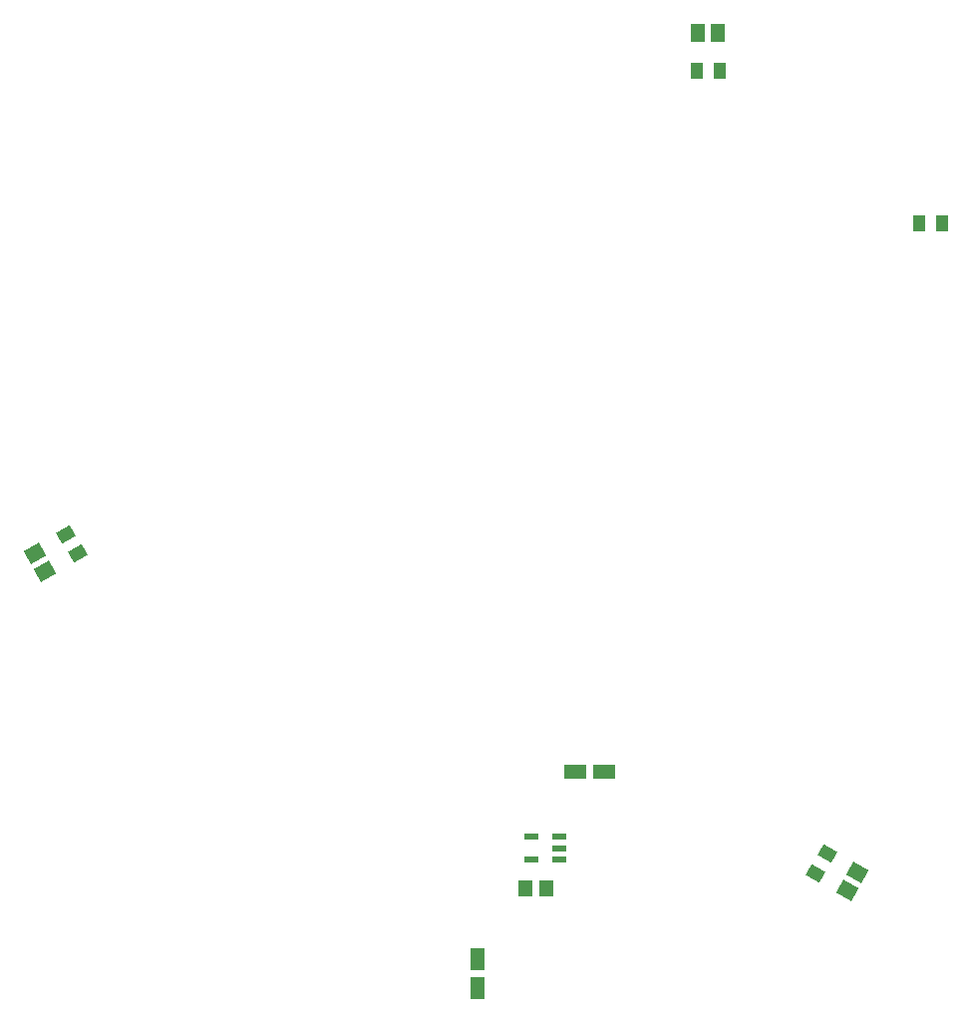
<source format=gbp>
%FSLAX23Y23*%
%MOIN*%
G70*
G01*
G75*
G04 Layer_Color=128*
%ADD10R,0.057X0.065*%
G04:AMPARAMS|DCode=11|XSize=14mil|YSize=87mil|CornerRadius=0mil|HoleSize=0mil|Usage=FLASHONLY|Rotation=30.000|XOffset=0mil|YOffset=0mil|HoleType=Round|Shape=Rectangle|*
%AMROTATEDRECTD11*
4,1,4,0.016,-0.041,-0.028,0.034,-0.016,0.041,0.028,-0.034,0.016,-0.041,0.0*
%
%ADD11ROTATEDRECTD11*%

G04:AMPARAMS|DCode=12|XSize=55mil|YSize=47mil|CornerRadius=0mil|HoleSize=0mil|Usage=FLASHONLY|Rotation=210.000|XOffset=0mil|YOffset=0mil|HoleType=Round|Shape=Rectangle|*
%AMROTATEDRECTD12*
4,1,4,0.012,0.034,0.036,-0.007,-0.012,-0.034,-0.036,0.007,0.012,0.034,0.0*
%
%ADD12ROTATEDRECTD12*%

G04:AMPARAMS|DCode=13|XSize=12mil|YSize=35mil|CornerRadius=0mil|HoleSize=0mil|Usage=FLASHONLY|Rotation=30.000|XOffset=0mil|YOffset=0mil|HoleType=Round|Shape=Rectangle|*
%AMROTATEDRECTD13*
4,1,4,0.004,-0.018,-0.014,0.012,-0.004,0.018,0.014,-0.012,0.004,-0.018,0.0*
%
%ADD13ROTATEDRECTD13*%

G04:AMPARAMS|DCode=14|XSize=47mil|YSize=31mil|CornerRadius=0mil|HoleSize=0mil|Usage=FLASHONLY|Rotation=210.000|XOffset=0mil|YOffset=0mil|HoleType=Round|Shape=Rectangle|*
%AMROTATEDRECTD14*
4,1,4,0.013,0.025,0.028,-0.002,-0.013,-0.025,-0.028,0.002,0.013,0.025,0.0*
%
%ADD14ROTATEDRECTD14*%

G04:AMPARAMS|DCode=15|XSize=53mil|YSize=41mil|CornerRadius=0mil|HoleSize=0mil|Usage=FLASHONLY|Rotation=210.000|XOffset=0mil|YOffset=0mil|HoleType=Round|Shape=Rectangle|*
%AMROTATEDRECTD15*
4,1,4,0.013,0.031,0.033,-0.005,-0.013,-0.031,-0.033,0.005,0.013,0.031,0.0*
%
%ADD15ROTATEDRECTD15*%

G04:AMPARAMS|DCode=16|XSize=59mil|YSize=49mil|CornerRadius=0mil|HoleSize=0mil|Usage=FLASHONLY|Rotation=210.000|XOffset=0mil|YOffset=0mil|HoleType=Round|Shape=Rectangle|*
%AMROTATEDRECTD16*
4,1,4,0.013,0.036,0.038,-0.007,-0.013,-0.036,-0.038,0.007,0.013,0.036,0.0*
%
%ADD16ROTATEDRECTD16*%

G04:AMPARAMS|DCode=17|XSize=59mil|YSize=49mil|CornerRadius=0mil|HoleSize=0mil|Usage=FLASHONLY|Rotation=300.000|XOffset=0mil|YOffset=0mil|HoleType=Round|Shape=Rectangle|*
%AMROTATEDRECTD17*
4,1,4,-0.036,0.013,0.007,0.038,0.036,-0.013,-0.007,-0.038,-0.036,0.013,0.0*
%
%ADD17ROTATEDRECTD17*%

%ADD18R,0.055X0.047*%
G04:AMPARAMS|DCode=19|XSize=55mil|YSize=47mil|CornerRadius=0mil|HoleSize=0mil|Usage=FLASHONLY|Rotation=120.000|XOffset=0mil|YOffset=0mil|HoleType=Round|Shape=Rectangle|*
%AMROTATEDRECTD19*
4,1,4,0.034,-0.012,-0.007,-0.036,-0.034,0.012,0.007,0.036,0.034,-0.012,0.0*
%
%ADD19ROTATEDRECTD19*%

G04:AMPARAMS|DCode=20|XSize=55mil|YSize=47mil|CornerRadius=0mil|HoleSize=0mil|Usage=FLASHONLY|Rotation=240.000|XOffset=0mil|YOffset=0mil|HoleType=Round|Shape=Rectangle|*
%AMROTATEDRECTD20*
4,1,4,-0.007,0.036,0.034,0.012,0.007,-0.036,-0.034,-0.012,-0.007,0.036,0.0*
%
%ADD20ROTATEDRECTD20*%

%ADD21R,0.047X0.055*%
G04:AMPARAMS|DCode=22|XSize=55mil|YSize=47mil|CornerRadius=0mil|HoleSize=0mil|Usage=FLASHONLY|Rotation=330.000|XOffset=0mil|YOffset=0mil|HoleType=Round|Shape=Rectangle|*
%AMROTATEDRECTD22*
4,1,4,-0.036,-0.007,-0.012,0.034,0.036,0.007,0.012,-0.034,-0.036,-0.007,0.0*
%
%ADD22ROTATEDRECTD22*%

%ADD23R,0.035X0.012*%
G04:AMPARAMS|DCode=24|XSize=12mil|YSize=35mil|CornerRadius=0mil|HoleSize=0mil|Usage=FLASHONLY|Rotation=150.000|XOffset=0mil|YOffset=0mil|HoleType=Round|Shape=Rectangle|*
%AMROTATEDRECTD24*
4,1,4,0.014,0.012,-0.004,-0.018,-0.014,-0.012,0.004,0.018,0.014,0.012,0.0*
%
%ADD24ROTATEDRECTD24*%

%ADD25R,0.053X0.041*%
G04:AMPARAMS|DCode=26|XSize=53mil|YSize=41mil|CornerRadius=0mil|HoleSize=0mil|Usage=FLASHONLY|Rotation=120.000|XOffset=0mil|YOffset=0mil|HoleType=Round|Shape=Rectangle|*
%AMROTATEDRECTD26*
4,1,4,0.031,-0.013,-0.005,-0.033,-0.031,0.013,0.005,0.033,0.031,-0.013,0.0*
%
%ADD26ROTATEDRECTD26*%

G04:AMPARAMS|DCode=27|XSize=53mil|YSize=41mil|CornerRadius=0mil|HoleSize=0mil|Usage=FLASHONLY|Rotation=240.000|XOffset=0mil|YOffset=0mil|HoleType=Round|Shape=Rectangle|*
%AMROTATEDRECTD27*
4,1,4,-0.005,0.033,0.031,0.013,0.005,-0.033,-0.031,-0.013,-0.005,0.033,0.0*
%
%ADD27ROTATEDRECTD27*%

%ADD28R,0.047X0.031*%
G04:AMPARAMS|DCode=29|XSize=47mil|YSize=31mil|CornerRadius=0mil|HoleSize=0mil|Usage=FLASHONLY|Rotation=300.000|XOffset=0mil|YOffset=0mil|HoleType=Round|Shape=Rectangle|*
%AMROTATEDRECTD29*
4,1,4,-0.025,0.013,0.002,0.028,0.025,-0.013,-0.002,-0.028,-0.025,0.013,0.0*
%
%ADD29ROTATEDRECTD29*%

G04:AMPARAMS|DCode=30|XSize=47mil|YSize=31mil|CornerRadius=0mil|HoleSize=0mil|Usage=FLASHONLY|Rotation=60.000|XOffset=0mil|YOffset=0mil|HoleType=Round|Shape=Rectangle|*
%AMROTATEDRECTD30*
4,1,4,0.002,-0.028,-0.025,-0.013,-0.002,0.028,0.025,0.013,0.002,-0.028,0.0*
%
%ADD30ROTATEDRECTD30*%

%ADD31R,0.059X0.049*%
%ADD32R,0.049X0.059*%
G04:AMPARAMS|DCode=33|XSize=59mil|YSize=49mil|CornerRadius=0mil|HoleSize=0mil|Usage=FLASHONLY|Rotation=60.000|XOffset=0mil|YOffset=0mil|HoleType=Round|Shape=Rectangle|*
%AMROTATEDRECTD33*
4,1,4,0.007,-0.038,-0.036,-0.013,-0.007,0.038,0.036,0.013,0.007,-0.038,0.0*
%
%ADD33ROTATEDRECTD33*%

G04:AMPARAMS|DCode=34|XSize=59mil|YSize=49mil|CornerRadius=0mil|HoleSize=0mil|Usage=FLASHONLY|Rotation=150.000|XOffset=0mil|YOffset=0mil|HoleType=Round|Shape=Rectangle|*
%AMROTATEDRECTD34*
4,1,4,0.038,0.007,0.013,-0.036,-0.038,-0.007,-0.013,0.036,0.038,0.007,0.0*
%
%ADD34ROTATEDRECTD34*%

%ADD35R,0.087X0.014*%
G04:AMPARAMS|DCode=36|XSize=14mil|YSize=87mil|CornerRadius=0mil|HoleSize=0mil|Usage=FLASHONLY|Rotation=150.000|XOffset=0mil|YOffset=0mil|HoleType=Round|Shape=Rectangle|*
%AMROTATEDRECTD36*
4,1,4,0.028,0.034,-0.016,-0.041,-0.028,-0.034,0.016,0.041,0.028,0.034,0.0*
%
%ADD36ROTATEDRECTD36*%

G04:AMPARAMS|DCode=37|XSize=47mil|YSize=31mil|CornerRadius=0mil|HoleSize=0mil|Usage=FLASHONLY|Rotation=330.000|XOffset=0mil|YOffset=0mil|HoleType=Round|Shape=Rectangle|*
%AMROTATEDRECTD37*
4,1,4,-0.028,-0.002,-0.013,0.025,0.028,0.002,0.013,-0.025,-0.028,-0.002,0.0*
%
%ADD37ROTATEDRECTD37*%

G04:AMPARAMS|DCode=38|XSize=53mil|YSize=41mil|CornerRadius=0mil|HoleSize=0mil|Usage=FLASHONLY|Rotation=330.000|XOffset=0mil|YOffset=0mil|HoleType=Round|Shape=Rectangle|*
%AMROTATEDRECTD38*
4,1,4,-0.033,-0.005,-0.013,0.031,0.033,0.005,0.013,-0.031,-0.033,-0.005,0.0*
%
%ADD38ROTATEDRECTD38*%

%ADD39R,0.031X0.047*%
%ADD40R,0.041X0.053*%
%ADD41C,0.010*%
%ADD42C,0.130*%
%ADD43C,0.060*%
%ADD44P,0.084X4X165.0*%
%ADD45C,0.059*%
%ADD46R,0.059X0.059*%
%ADD47P,0.084X4X285.0*%
%ADD48C,0.050*%
%ADD49R,0.045X0.024*%
%ADD50R,0.077X0.049*%
%ADD51R,0.049X0.077*%
%ADD52C,0.024*%
%ADD53C,0.010*%
%ADD54C,0.008*%
%ADD55C,0.008*%
D15*
X9093Y2920D02*
D03*
X9131Y2854D02*
D03*
D16*
X8988Y2855D02*
D03*
X9022Y2795D02*
D03*
D21*
X10630Y1735D02*
D03*
X10700D02*
D03*
D32*
X11206Y4595D02*
D03*
X11274Y4595D02*
D03*
D34*
X11740Y1788D02*
D03*
X11706Y1728D02*
D03*
D38*
X11600Y1784D02*
D03*
X11638Y1851D02*
D03*
D40*
X11202Y4470D02*
D03*
X11278Y4470D02*
D03*
X11947Y3960D02*
D03*
X12023Y3960D02*
D03*
D49*
X10649Y1907D02*
D03*
Y1833D02*
D03*
X10741D02*
D03*
Y1870D02*
D03*
Y1907D02*
D03*
D50*
X10797Y2125D02*
D03*
X10893Y2125D02*
D03*
D51*
X10470Y1498D02*
D03*
Y1402D02*
D03*
M02*

</source>
